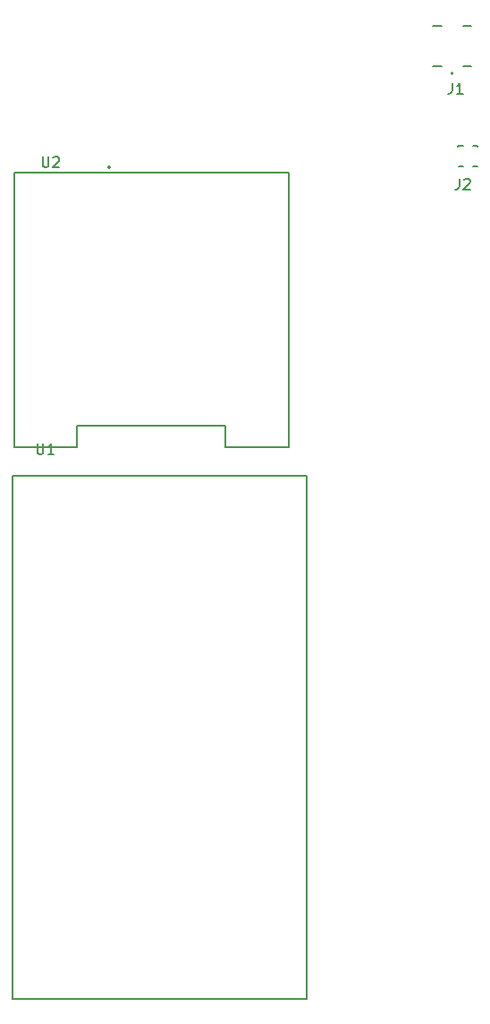
<source format=gbr>
%TF.GenerationSoftware,KiCad,Pcbnew,8.0.8*%
%TF.CreationDate,2025-03-27T02:04:05-07:00*%
%TF.ProjectId,basicPCB,62617369-6350-4434-922e-6b696361645f,rev?*%
%TF.SameCoordinates,Original*%
%TF.FileFunction,Legend,Top*%
%TF.FilePolarity,Positive*%
%FSLAX46Y46*%
G04 Gerber Fmt 4.6, Leading zero omitted, Abs format (unit mm)*
G04 Created by KiCad (PCBNEW 8.0.8) date 2025-03-27 02:04:05*
%MOMM*%
%LPD*%
G01*
G04 APERTURE LIST*
%ADD10C,0.150000*%
%ADD11C,0.127000*%
%ADD12C,0.200000*%
G04 APERTURE END LIST*
D10*
X84213095Y-93654819D02*
X84213095Y-94464342D01*
X84213095Y-94464342D02*
X84260714Y-94559580D01*
X84260714Y-94559580D02*
X84308333Y-94607200D01*
X84308333Y-94607200D02*
X84403571Y-94654819D01*
X84403571Y-94654819D02*
X84594047Y-94654819D01*
X84594047Y-94654819D02*
X84689285Y-94607200D01*
X84689285Y-94607200D02*
X84736904Y-94559580D01*
X84736904Y-94559580D02*
X84784523Y-94464342D01*
X84784523Y-94464342D02*
X84784523Y-93654819D01*
X85784523Y-94654819D02*
X85213095Y-94654819D01*
X85498809Y-94654819D02*
X85498809Y-93654819D01*
X85498809Y-93654819D02*
X85403571Y-93797676D01*
X85403571Y-93797676D02*
X85308333Y-93892914D01*
X85308333Y-93892914D02*
X85213095Y-93940533D01*
X123507716Y-59517319D02*
X123507716Y-60231604D01*
X123507716Y-60231604D02*
X123460097Y-60374461D01*
X123460097Y-60374461D02*
X123364859Y-60469700D01*
X123364859Y-60469700D02*
X123222002Y-60517319D01*
X123222002Y-60517319D02*
X123126764Y-60517319D01*
X124507716Y-60517319D02*
X123936288Y-60517319D01*
X124222002Y-60517319D02*
X124222002Y-59517319D01*
X124222002Y-59517319D02*
X124126764Y-59660176D01*
X124126764Y-59660176D02*
X124031526Y-59755414D01*
X124031526Y-59755414D02*
X123936288Y-59803033D01*
X124191526Y-68590165D02*
X124191526Y-69304569D01*
X124191526Y-69304569D02*
X124143900Y-69447450D01*
X124143900Y-69447450D02*
X124048646Y-69542704D01*
X124048646Y-69542704D02*
X123905765Y-69590330D01*
X123905765Y-69590330D02*
X123810511Y-69590330D01*
X124620168Y-68685419D02*
X124667795Y-68637792D01*
X124667795Y-68637792D02*
X124763049Y-68590165D01*
X124763049Y-68590165D02*
X125001183Y-68590165D01*
X125001183Y-68590165D02*
X125096437Y-68637792D01*
X125096437Y-68637792D02*
X125144064Y-68685419D01*
X125144064Y-68685419D02*
X125191691Y-68780673D01*
X125191691Y-68780673D02*
X125191691Y-68875927D01*
X125191691Y-68875927D02*
X125144064Y-69018808D01*
X125144064Y-69018808D02*
X124572541Y-69590330D01*
X124572541Y-69590330D02*
X125191691Y-69590330D01*
X84713095Y-66484819D02*
X84713095Y-67294342D01*
X84713095Y-67294342D02*
X84760714Y-67389580D01*
X84760714Y-67389580D02*
X84808333Y-67437200D01*
X84808333Y-67437200D02*
X84903571Y-67484819D01*
X84903571Y-67484819D02*
X85094047Y-67484819D01*
X85094047Y-67484819D02*
X85189285Y-67437200D01*
X85189285Y-67437200D02*
X85236904Y-67389580D01*
X85236904Y-67389580D02*
X85284523Y-67294342D01*
X85284523Y-67294342D02*
X85284523Y-66484819D01*
X85713095Y-66580057D02*
X85760714Y-66532438D01*
X85760714Y-66532438D02*
X85855952Y-66484819D01*
X85855952Y-66484819D02*
X86094047Y-66484819D01*
X86094047Y-66484819D02*
X86189285Y-66532438D01*
X86189285Y-66532438D02*
X86236904Y-66580057D01*
X86236904Y-66580057D02*
X86284523Y-66675295D01*
X86284523Y-66675295D02*
X86284523Y-66770533D01*
X86284523Y-66770533D02*
X86236904Y-66913390D01*
X86236904Y-66913390D02*
X85665476Y-67484819D01*
X85665476Y-67484819D02*
X86284523Y-67484819D01*
D11*
%TO.C,U1*%
X81850000Y-96740000D02*
X109750000Y-96740000D01*
X81850000Y-146240000D02*
X81850000Y-96740000D01*
X109750000Y-96740000D02*
X109750000Y-146240000D01*
X109750000Y-146240000D02*
X81850000Y-146240000D01*
D12*
%TO.C,J1*%
X122500000Y-54100000D02*
X121700000Y-54100000D01*
X122500000Y-57910000D02*
X121700000Y-57910000D01*
X125300000Y-54100000D02*
X124500000Y-54100000D01*
X125300000Y-57910000D02*
X124500000Y-57910000D01*
X123570000Y-58620000D02*
G75*
G02*
X123370000Y-58620000I-100000J0D01*
G01*
X123370000Y-58620000D02*
G75*
G02*
X123570000Y-58620000I100000J0D01*
G01*
D11*
%TO.C,J2*%
X124070000Y-65500000D02*
X124070000Y-65570000D01*
X124570000Y-65500000D02*
X124070000Y-65500000D01*
X124570000Y-67400000D02*
X124080000Y-67400000D01*
X125920000Y-67400000D02*
X125430000Y-67400000D01*
X125930000Y-65500000D02*
X125430000Y-65500000D01*
X125930000Y-65570000D02*
X125930000Y-65500000D01*
%TO.C,U2*%
X82000000Y-68000000D02*
X108000000Y-68000000D01*
X82000000Y-94000000D02*
X82000000Y-68000000D01*
X88000000Y-92000000D02*
X88000000Y-94000000D01*
X88000000Y-94000000D02*
X82000000Y-94000000D01*
X102000000Y-92000000D02*
X88000000Y-92000000D01*
X102000000Y-94000000D02*
X102000000Y-92000000D01*
X108000000Y-68000000D02*
X108000000Y-94000000D01*
X108000000Y-94000000D02*
X102000000Y-94000000D01*
D12*
X91100000Y-67500000D02*
G75*
G02*
X90900000Y-67500000I-100000J0D01*
G01*
X90900000Y-67500000D02*
G75*
G02*
X91100000Y-67500000I100000J0D01*
G01*
%TD*%
M02*

</source>
